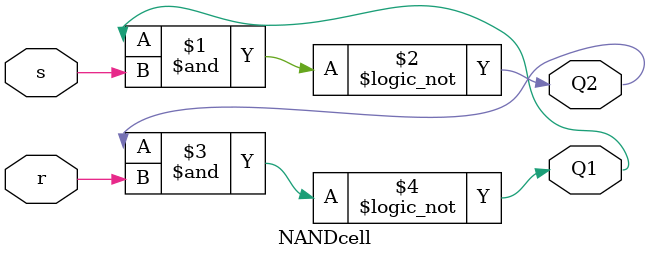
<source format=v>
`timescale 1ns / 1ps

module NANDcell(input s, input r, output Q1, output Q2);
assign #10 Q2 = !(Q1&s);
assign #10 Q1 = !(Q2&r);
endmodule

</source>
